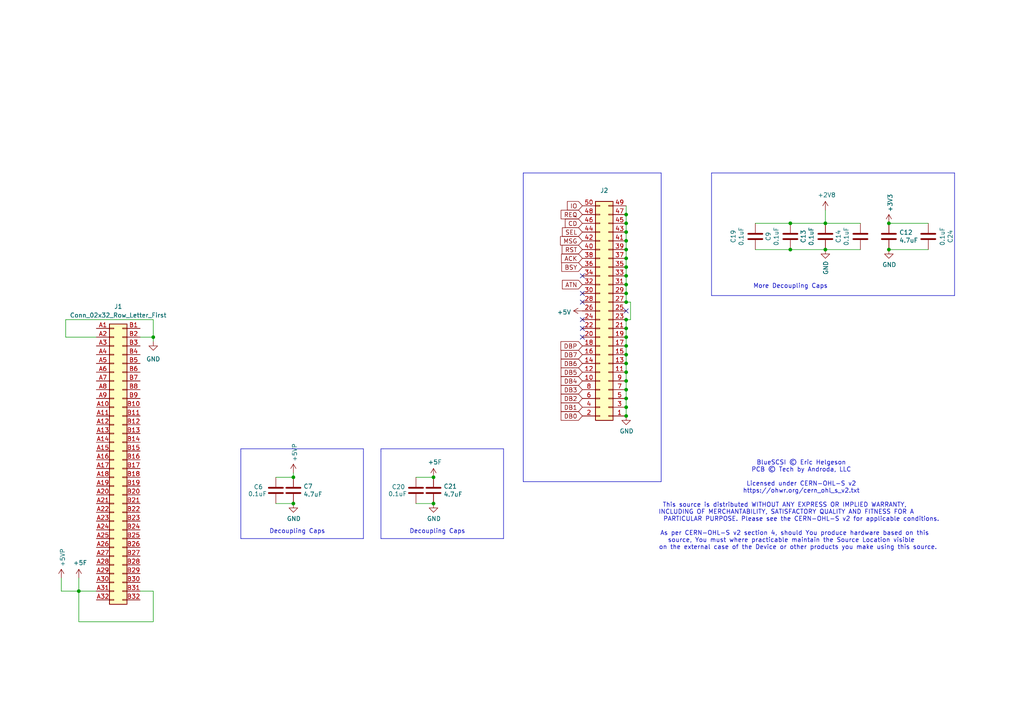
<source format=kicad_sch>
(kicad_sch (version 20231120) (generator "eeschema") (generator_version "8.0")
  (paper "A4")
  (title_block (title "4680-BlueSCSI V2, ") (date "2024-12-13") (rev "1.00") (company "Tech by Androda, LLC, SweProj.com"))
  (lib_symbols
    (symbol "Connector_Generic:Conn_02x25_Odd_Even" (pin_names (offset 1.016) hide)
      (property "Reference" "J" (at 1.27 33.02 0))
      (property "Value" "Conn_02x25_Odd_Even" (at 1.27 -33.02 0))
      (symbol "Conn_02x25_Odd_Even_1_1"
        (rectangle (start -1.27 -30.353) (end 0 -30.607) (stroke (width 0.1524)))
        (rectangle (start -1.27 -27.813) (end 0 -28.067) (stroke (width 0.1524)))
        (rectangle (start -1.27 -25.273) (end 0 -25.527) (stroke (width 0.1524)))
        (rectangle (start -1.27 -22.733) (end 0 -22.987) (stroke (width 0.1524)))
        (rectangle (start -1.27 -20.193) (end 0 -20.447) (stroke (width 0.1524)))
        (rectangle (start -1.27 -17.653) (end 0 -17.907) (stroke (width 0.1524)))
        (rectangle (start -1.27 -15.113) (end 0 -15.367) (stroke (width 0.1524)))
        (rectangle (start -1.27 -12.573) (end 0 -12.827) (stroke (width 0.1524)))
        (rectangle (start -1.27 -10.033) (end 0 -10.287) (stroke (width 0.1524)))
        (rectangle (start -1.27 -7.493) (end 0 -7.747) (stroke (width 0.1524)))
        (rectangle (start -1.27 -4.953) (end 0 -5.207) (stroke (width 0.1524)))
        (rectangle (start -1.27 -2.413) (end 0 -2.667) (stroke (width 0.1524)))
        (rectangle (start -1.27 0.127) (end 0 -0.127) (stroke (width 0.1524)))
        (rectangle (start -1.27 2.667) (end 0 2.413) (stroke (width 0.1524)))
        (rectangle (start -1.27 5.207) (end 0 4.953) (stroke (width 0.1524)))
        (rectangle (start -1.27 7.747) (end 0 7.493) (stroke (width 0.1524)))
        (rectangle (start -1.27 10.287) (end 0 10.033) (stroke (width 0.1524)))
        (rectangle (start -1.27 12.827) (end 0 12.573) (stroke (width 0.1524)))
        (rectangle (start -1.27 15.367) (end 0 15.113) (stroke (width 0.1524)))
        (rectangle (start -1.27 17.907) (end 0 17.653) (stroke (width 0.1524)))
        (rectangle (start -1.27 20.447) (end 0 20.193) (stroke (width 0.1524)))
        (rectangle (start -1.27 22.987) (end 0 22.733) (stroke (width 0.1524)))
        (rectangle (start -1.27 25.527) (end 0 25.273) (stroke (width 0.1524)))
        (rectangle (start -1.27 28.067) (end 0 27.813) (stroke (width 0.1524)))
        (rectangle (start -1.27 30.607) (end 0 30.353) (stroke (width 0.1524)))
        (rectangle (start -1.27 31.75) (end 3.81 -31.75) (stroke (width 0.254)) (fill (type background)))
        (rectangle (start 3.81 -30.353) (end 2.54 -30.607) (stroke (width 0.1524)))
        (rectangle (start 3.81 -27.813) (end 2.54 -28.067) (stroke (width 0.1524)))
        (rectangle (start 3.81 -25.273) (end 2.54 -25.527) (stroke (width 0.1524)))
        (rectangle (start 3.81 -22.733) (end 2.54 -22.987) (stroke (width 0.1524)))
        (rectangle (start 3.81 -20.193) (end 2.54 -20.447) (stroke (width 0.1524)))
        (rectangle (start 3.81 -17.653) (end 2.54 -17.907) (stroke (width 0.1524)))
        (rectangle (start 3.81 -15.113) (end 2.54 -15.367) (stroke (width 0.1524)))
        (rectangle (start 3.81 -12.573) (end 2.54 -12.827) (stroke (width 0.1524)))
        (rectangle (start 3.81 -10.033) (end 2.54 -10.287) (stroke (width 0.1524)))
        (rectangle (start 3.81 -7.493) (end 2.54 -7.747) (stroke (width 0.1524)))
        (rectangle (start 3.81 -4.953) (end 2.54 -5.207) (stroke (width 0.1524)))
        (rectangle (start 3.81 -2.413) (end 2.54 -2.667) (stroke (width 0.1524)))
        (rectangle (start 3.81 0.127) (end 2.54 -0.127) (stroke (width 0.1524)))
        (rectangle (start 3.81 2.667) (end 2.54 2.413) (stroke (width 0.1524)))
        (rectangle (start 3.81 5.207) (end 2.54 4.953) (stroke (width 0.1524)))
        (rectangle (start 3.81 7.747) (end 2.54 7.493) (stroke (width 0.1524)))
        (rectangle (start 3.81 10.287) (end 2.54 10.033) (stroke (width 0.1524)))
        (rectangle (start 3.81 12.827) (end 2.54 12.573) (stroke (width 0.1524)))
        (rectangle (start 3.81 15.367) (end 2.54 15.113) (stroke (width 0.1524)))
        (rectangle (start 3.81 17.907) (end 2.54 17.653) (stroke (width 0.1524)))
        (rectangle (start 3.81 20.447) (end 2.54 20.193) (stroke (width 0.1524)))
        (rectangle (start 3.81 22.987) (end 2.54 22.733) (stroke (width 0.1524)))
        (rectangle (start 3.81 25.527) (end 2.54 25.273) (stroke (width 0.1524)))
        (rectangle (start 3.81 28.067) (end 2.54 27.813) (stroke (width 0.1524)))
        (rectangle (start 3.81 30.607) (end 2.54 30.353) (stroke (width 0.1524)))
        (pin passive line (at -5.08 30.48 0) (length 3.81) (name "Pin_1") (number "1"))
        (pin passive line (at 7.62 20.32 180) (length 3.81) (name "Pin_10") (number "10"))
        (pin passive line (at -5.08 17.78 0) (length 3.81) (name "Pin_11") (number "11"))
        (pin passive line (at 7.62 17.78 180) (length 3.81) (name "Pin_12") (number "12"))
        (pin passive line (at -5.08 15.24 0) (length 3.81) (name "Pin_13") (number "13"))
        (pin passive line (at 7.62 15.24 180) (length 3.81) (name "Pin_14") (number "14"))
        (pin passive line (at -5.08 12.7 0) (length 3.81) (name "Pin_15") (number "15"))
        (pin passive line (at 7.62 12.7 180) (length 3.81) (name "Pin_16") (number "16"))
        (pin passive line (at -5.08 10.16 0) (length 3.81) (name "Pin_17") (number "17"))
        (pin passive line (at 7.62 10.16 180) (length 3.81) (name "Pin_18") (number "18"))
        (pin passive line (at -5.08 7.62 0) (length 3.81) (name "Pin_19") (number "19"))
        (pin passive line (at 7.62 30.48 180) (length 3.81) (name "Pin_2") (number "2"))
        (pin passive line (at 7.62 7.62 180) (length 3.81) (name "Pin_20") (number "20"))
        (pin passive line (at -5.08 5.08 0) (length 3.81) (name "Pin_21") (number "21"))
        (pin passive line (at 7.62 5.08 180) (length 3.81) (name "Pin_22") (number "22"))
        (pin passive line (at -5.08 2.54 0) (length 3.81) (name "Pin_23") (number "23"))
        (pin passive line (at 7.62 2.54 180) (length 3.81) (name "Pin_24") (number "24"))
        (pin passive line (at -5.08 0 0) (length 3.81) (name "Pin_25") (number "25"))
        (pin passive line (at 7.62 0 180) (length 3.81) (name "Pin_26") (number "26"))
        (pin passive line (at -5.08 -2.54 0) (length 3.81) (name "Pin_27") (number "27"))
        (pin passive line (at 7.62 -2.54 180) (length 3.81) (name "Pin_28") (number "28"))
        (pin passive line (at -5.08 -5.08 0) (length 3.81) (name "Pin_29") (number "29"))
        (pin passive line (at -5.08 27.94 0) (length 3.81) (name "Pin_3") (number "3"))
        (pin passive line (at 7.62 -5.08 180) (length 3.81) (name "Pin_30") (number "30"))
        (pin passive line (at -5.08 -7.62 0) (length 3.81) (name "Pin_31") (number "31"))
        (pin passive line (at 7.62 -7.62 180) (length 3.81) (name "Pin_32") (number "32"))
        (pin passive line (at -5.08 -10.16 0) (length 3.81) (name "Pin_33") (number "33"))
        (pin passive line (at 7.62 -10.16 180) (length 3.81) (name "Pin_34") (number "34"))
        (pin passive line (at -5.08 -12.7 0) (length 3.81) (name "Pin_35") (number "35"))
        (pin passive line (at 7.62 -12.7 180) (length 3.81) (name "Pin_36") (number "36"))
        (pin passive line (at -5.08 -15.24 0) (length 3.81) (name "Pin_37") (number "37"))
        (pin passive line (at 7.62 -15.24 180) (length 3.81) (name "Pin_38") (number "38"))
        (pin passive line (at -5.08 -17.78 0) (length 3.81) (name "Pin_39") (number "39"))
        (pin passive line (at 7.62 27.94 180) (length 3.81) (name "Pin_4") (number "4"))
        (pin passive line (at 7.62 -17.78 180) (length 3.81) (name "Pin_40") (number "40"))
        (pin passive line (at -5.08 -20.32 0) (length 3.81) (name "Pin_41") (number "41"))
        (pin passive line (at 7.62 -20.32 180) (length 3.81) (name "Pin_42") (number "42"))
        (pin passive line (at -5.08 -22.86 0) (length 3.81) (name "Pin_43") (number "43"))
        (pin passive line (at 7.62 -22.86 180) (length 3.81) (name "Pin_44") (number "44"))
        (pin passive line (at -5.08 -25.4 0) (length 3.81) (name "Pin_45") (number "45"))
        (pin passive line (at 7.62 -25.4 180) (length 3.81) (name "Pin_46") (number "46"))
        (pin passive line (at -5.08 -27.94 0) (length 3.81) (name "Pin_47") (number "47"))
        (pin passive line (at 7.62 -27.94 180) (length 3.81) (name "Pin_48") (number "48"))
        (pin passive line (at -5.08 -30.48 0) (length 3.81) (name "Pin_49") (number "49"))
        (pin passive line (at -5.08 25.4 0) (length 3.81) (name "Pin_5") (number "5"))
        (pin passive line (at 7.62 -30.48 180) (length 3.81) (name "Pin_50") (number "50"))
        (pin passive line (at 7.62 25.4 180) (length 3.81) (name "Pin_6") (number "6"))
        (pin passive line (at -5.08 22.86 0) (length 3.81) (name "Pin_7") (number "7"))
        (pin passive line (at 7.62 22.86 180) (length 3.81) (name "Pin_8") (number "8"))
        (pin passive line (at -5.08 20.32 0) (length 3.81) (name "Pin_9") (number "9"))
      )
    )
    (symbol "Connector_Generic:Conn_02x32_Row_Letter_First" (pin_names (offset 1.016) hide)
      (property "Reference" "J1" (at 1.27 44.45 0))
      (property "Value" "Conn_02x32_Row_Letter_First" (at 1.27 41.91 0))
      (symbol "Conn_02x32_Row_Letter_First_1_1"
        (rectangle (start -1.27 -40.513) (end 0 -40.767) (stroke (width 0.1524)))
        (rectangle (start -1.27 -37.973) (end 0 -38.227) (stroke (width 0.1524)))
        (rectangle (start -1.27 -35.433) (end 0 -35.687) (stroke (width 0.1524)))
        (rectangle (start -1.27 -32.893) (end 0 -33.147) (stroke (width 0.1524)))
        (rectangle (start -1.27 -30.353) (end 0 -30.607) (stroke (width 0.1524)))
        (rectangle (start -1.27 -27.813) (end 0 -28.067) (stroke (width 0.1524)))
        (rectangle (start -1.27 -25.273) (end 0 -25.527) (stroke (width 0.1524)))
        (rectangle (start -1.27 -22.733) (end 0 -22.987) (stroke (width 0.1524)))
        (rectangle (start -1.27 -20.193) (end 0 -20.447) (stroke (width 0.1524)))
        (rectangle (start -1.27 -17.653) (end 0 -17.907) (stroke (width 0.1524)))
        (rectangle (start -1.27 -15.113) (end 0 -15.367) (stroke (width 0.1524)))
        (rectangle (start -1.27 -12.573) (end 0 -12.827) (stroke (width 0.1524)))
        (rectangle (start -1.27 -10.033) (end 0 -10.287) (stroke (width 0.1524)))
        (rectangle (start -1.27 -7.493) (end 0 -7.747) (stroke (width 0.1524)))
        (rectangle (start -1.27 -4.953) (end 0 -5.207) (stroke (width 0.1524)))
        (rectangle (start -1.27 -2.413) (end 0 -2.667) (stroke (width 0.1524)))
        (rectangle (start -1.27 0.127) (end 0 -0.127) (stroke (width 0.1524)))
        (rectangle (start -1.27 2.667) (end 0 2.413) (stroke (width 0.1524)))
        (rectangle (start -1.27 5.207) (end 0 4.953) (stroke (width 0.1524)))
        (rectangle (start -1.27 7.747) (end 0 7.493) (stroke (width 0.1524)))
        (rectangle (start -1.27 10.287) (end 0 10.033) (stroke (width 0.1524)))
        (rectangle (start -1.27 12.827) (end 0 12.573) (stroke (width 0.1524)))
        (rectangle (start -1.27 15.367) (end 0 15.113) (stroke (width 0.1524)))
        (rectangle (start -1.27 17.907) (end 0 17.653) (stroke (width 0.1524)))
        (rectangle (start -1.27 20.447) (end 0 20.193) (stroke (width 0.1524)))
        (rectangle (start -1.27 22.987) (end 0 22.733) (stroke (width 0.1524)))
        (rectangle (start -1.27 25.527) (end 0 25.273) (stroke (width 0.1524)))
        (rectangle (start -1.27 28.067) (end 0 27.813) (stroke (width 0.1524)))
        (rectangle (start -1.27 30.607) (end 0 30.353) (stroke (width 0.1524)))
        (rectangle (start -1.27 33.147) (end 0 32.893) (stroke (width 0.1524)))
        (rectangle (start -1.27 35.687) (end 0 35.433) (stroke (width 0.1524)))
        (rectangle (start -1.27 38.227) (end 0 37.973) (stroke (width 0.1524)))
        (rectangle (start -1.27 39.37) (end 3.81 -41.91) (stroke (width 0.254)) (fill (type background)))
        (rectangle (start 3.81 -40.513) (end 2.54 -40.767) (stroke (width 0.1524)))
        (rectangle (start 3.81 -37.973) (end 2.54 -38.227) (stroke (width 0.1524)))
        (rectangle (start 3.81 -35.433) (end 2.54 -35.687) (stroke (width 0.1524)))
        (rectangle (start 3.81 -32.893) (end 2.54 -33.147) (stroke (width 0.1524)))
        (rectangle (start 3.81 -30.353) (end 2.54 -30.607) (stroke (width 0.1524)))
        (rectangle (start 3.81 -27.813) (end 2.54 -28.067) (stroke (width 0.1524)))
        (rectangle (start 3.81 -25.273) (end 2.54 -25.527) (stroke (width 0.1524)))
        (rectangle (start 3.81 -22.733) (end 2.54 -22.987) (stroke (width 0.1524)))
        (rectangle (start 3.81 -20.193) (end 2.54 -20.447) (stroke (width 0.1524)))
        (rectangle (start 3.81 -17.653) (end 2.54 -17.907) (stroke (width 0.1524)))
        (rectangle (start 3.81 -15.113) (end 2.54 -15.367) (stroke (width 0.1524)))
        (rectangle (start 3.81 -12.573) (end 2.54 -12.827) (stroke (width 0.1524)))
        (rectangle (start 3.81 -10.033) (end 2.54 -10.287) (stroke (width 0.1524)))
        (rectangle (start 3.81 -7.493) (end 2.54 -7.747) (stroke (width 0.1524)))
        (rectangle (start 3.81 -4.953) (end 2.54 -5.207) (stroke (width 0.1524)))
        (rectangle (start 3.81 -2.413) (end 2.54 -2.667) (stroke (width 0.1524)))
        (rectangle (start 3.81 0.127) (end 2.54 -0.127) (stroke (width 0.1524)))
        (rectangle (start 3.81 2.667) (end 2.54 2.413) (stroke (width 0.1524)))
        (rectangle (start 3.81 5.207) (end 2.54 4.953) (stroke (width 0.1524)))
        (rectangle (start 3.81 7.747) (end 2.54 7.493) (stroke (width 0.1524)))
        (rectangle (start 3.81 10.287) (end 2.54 10.033) (stroke (width 0.1524)))
        (rectangle (start 3.81 12.827) (end 2.54 12.573) (stroke (width 0.1524)))
        (rectangle (start 3.81 15.367) (end 2.54 15.113) (stroke (width 0.1524)))
        (rectangle (start 3.81 17.907) (end 2.54 17.653) (stroke (width 0.1524)))
        (rectangle (start 3.81 20.447) (end 2.54 20.193) (stroke (width 0.1524)))
        (rectangle (start 3.81 22.987) (end 2.54 22.733) (stroke (width 0.1524)))
        (rectangle (start 3.81 25.527) (end 2.54 25.273) (stroke (width 0.1524)))
        (rectangle (start 3.81 28.067) (end 2.54 27.813) (stroke (width 0.1524)))
        (rectangle (start 3.81 30.607) (end 2.54 30.353) (stroke (width 0.1524)))
        (rectangle (start 3.81 33.147) (end 2.54 32.893) (stroke (width 0.1524)))
        (rectangle (start 3.81 35.687) (end 2.54 35.433) (stroke (width 0.1524)))
        (rectangle (start 3.81 38.227) (end 2.54 37.973) (stroke (width 0.1524)))
        (pin passive line (at -5.08 38.1 0) (length 3.81) (name "Pin_a1") (number "A1"))
        (pin passive line (at -5.08 15.24 0) (length 3.81) (name "Pin_a10") (number "A10"))
        (pin passive line (at -5.08 12.7 0) (length 3.81) (name "Pin_a11") (number "A11"))
        (pin passive line (at -5.08 10.16 0) (length 3.81) (name "Pin_a12") (number "A12"))
        (pin passive line (at -5.08 7.62 0) (length 3.81) (name "Pin_a13") (number "A13"))
        (pin passive line (at -5.08 5.08 0) (length 3.81) (name "Pin_a14") (number "A14"))
        (pin passive line (at -5.08 2.54 0) (length 3.81) (name "Pin_a15") (number "A15"))
        (pin passive line (at -5.08 0 0) (length 3.81) (name "Pin_a16") (number "A16"))
        (pin passive line (at -5.08 -2.54 0) (length 3.81) (name "Pin_a17") (number "A17"))
        (pin passive line (at -5.08 -5.08 0) (length 3.81) (name "Pin_a18") (number "A18"))
        (pin passive line (at -5.08 -7.62 0) (length 3.81) (name "Pin_a19") (number "A19"))
        (pin passive line (at -5.08 35.56 0) (length 3.81) (name "Pin_a2") (number "A2"))
        (pin passive line (at -5.08 -10.16 0) (length 3.81) (name "Pin_a20") (number "A20"))
        (pin passive line (at -5.08 -12.7 0) (length 3.81) (name "Pin_a21") (number "A21"))
        (pin passive line (at -5.08 -15.24 0) (length 3.81) (name "Pin_a22") (number "A22"))
        (pin passive line (at -5.08 -17.78 0) (length 3.81) (name "Pin_a23") (number "A23"))
        (pin passive line (at -5.08 -20.32 0) (length 3.81) (name "Pin_a24") (number "A24"))
        (pin passive line (at -5.08 -22.86 0) (length 3.81) (name "Pin_a25") (number "A25"))
        (pin passive line (at -5.08 -25.4 0) (length 3.81) (name "Pin_a26") (number "A26"))
        (pin passive line (at -5.08 -27.94 0) (length 3.81) (name "Pin_a27") (number "A27"))
        (pin passive line (at -5.08 -30.48 0) (length 3.81) (name "Pin_a28") (number "A28"))
        (pin passive line (at -5.08 -33.02 0) (length 3.81) (name "Pin_a29") (number "A29"))
        (pin passive line (at -5.08 33.02 0) (length 3.81) (name "Pin_a3") (number "A3"))
        (pin passive line (at -5.08 -35.56 0) (length 3.81) (name "Pin_a30") (number "A30"))
        (pin passive line (at -5.08 -38.1 0) (length 3.81) (name "Pin_a31") (number "A31"))
        (pin passive line (at -5.08 -40.64 0) (length 3.81) (name "Pin_a32") (number "A32"))
        (pin passive line (at -5.08 30.48 0) (length 3.81) (name "Pin_a4") (number "A4"))
        (pin passive line (at -5.08 27.94 0) (length 3.81) (name "Pin_a5") (number "A5"))
        (pin passive line (at -5.08 25.4 0) (length 3.81) (name "Pin_a6") (number "A6"))
        (pin passive line (at -5.08 22.86 0) (length 3.81) (name "Pin_a7") (number "A7"))
        (pin passive line (at -5.08 20.32 0) (length 3.81) (name "Pin_a8") (number "A8"))
        (pin passive line (at -5.08 17.78 0) (length 3.81) (name "Pin_a9") (number "A9"))
        (pin passive line (at 7.62 38.1 180) (length 3.81) (name "Pin_b1") (number "B1"))
        (pin passive line (at 7.62 15.24 180) (length 3.81) (name "Pin_b10") (number "B10"))
        (pin passive line (at 7.62 12.7 180) (length 3.81) (name "Pin_b11") (number "B11"))
        (pin passive line (at 7.62 10.16 180) (length 3.81) (name "Pin_b12") (number "B12"))
        (pin passive line (at 7.62 7.62 180) (length 3.81) (name "Pin_b13") (number "B13"))
        (pin passive line (at 7.62 5.08 180) (length 3.81) (name "Pin_b14") (number "B14"))
        (pin passive line (at 7.62 2.54 180) (length 3.81) (name "Pin_b15") (number "B15"))
        (pin passive line (at 7.62 0 180) (length 3.81) (name "Pin_b16") (number "B16"))
        (pin passive line (at 7.62 -2.54 180) (length 3.81) (name "Pin_b17") (number "B17"))
        (pin passive line (at 7.62 -5.08 180) (length 3.81) (name "Pin_b18") (number "B18"))
        (pin passive line (at 7.62 -7.62 180) (length 3.81) (name "Pin_b19") (number "B19"))
        (pin passive line (at 7.62 35.56 180) (length 3.81) (name "Pin_b2") (number "B2"))
        (pin passive line (at 7.62 -10.16 180) (length 3.81) (name "Pin_b20") (number "B20"))
        (pin passive line (at 7.62 -12.7 180) (length 3.81) (name "Pin_b21") (number "B21"))
        (pin passive line (at 7.62 -15.24 180) (length 3.81) (name "Pin_b22") (number "B22"))
        (pin passive line (at 7.62 -17.78 180) (length 3.81) (name "Pin_b23") (number "B23"))
        (pin passive line (at 7.62 -20.32 180) (length 3.81) (name "Pin_b24") (number "B24"))
        (pin passive line (at 7.62 -22.86 180) (length 3.81) (name "Pin_b25") (number "B25"))
        (pin passive line (at 7.62 -25.4 180) (length 3.81) (name "Pin_b26") (number "B26"))
        (pin passive line (at 7.62 -27.94 180) (length 3.81) (name "Pin_b27") (number "B27"))
        (pin passive line (at 7.62 -30.48 180) (length 3.81) (name "Pin_b28") (number "B28"))
        (pin passive line (at 7.62 -33.02 180) (length 3.81) (name "Pin_b29") (number "B29"))
        (pin passive line (at 7.62 33.02 180) (length 3.81) (name "Pin_b3") (number "B3"))
        (pin passive line (at 7.62 -35.56 180) (length 3.81) (name "Pin_b30") (number "B30"))
        (pin passive line (at 7.62 -38.1 180) (length 3.81) (name "Pin_b31") (number "B31"))
        (pin passive line (at 7.62 -40.64 180) (length 3.81) (name "Pin_b32") (number "B32"))
        (pin passive line (at 7.62 30.48 180) (length 3.81) (name "Pin_b4") (number "B4"))
        (pin passive line (at 7.62 27.94 180) (length 3.81) (name "Pin_b5") (number "B5"))
        (pin passive line (at 7.62 25.4 180) (length 3.81) (name "Pin_b6") (number "B6"))
        (pin passive line (at 7.62 22.86 180) (length 3.81) (name "Pin_b7") (number "B7"))
        (pin passive line (at 7.62 20.32 180) (length 3.81) (name "Pin_b8") (number "B8"))
        (pin passive line (at 7.62 17.78 180) (length 3.81) (name "Pin_b9") (number "B9"))
      )
    )
    (symbol "Device:C" (pin_numbers hide) (pin_names (offset 0.254))
      (property "Reference" "C" (at 0.635 2.54 0))
      (property "Value" "C" (at 0.635 -2.54 0))
      (symbol "C_0_1"
        (polyline (pts (xy -2.032 -0.762) (xy 2.032 -0.762)) (stroke (width 0.508)))
        (polyline (pts (xy -2.032 0.762) (xy 2.032 0.762)) (stroke (width 0.508)))
      )
      (symbol "C_1_1"
        (pin passive line (at 0 3.81 270) (length 2.794) (name "~") (number "1"))
        (pin passive line (at 0 -3.81 90) (length 2.794) (name "~") (number "2"))
      )
    )
    (symbol "GND_1" (power) (pin_numbers hide) (pin_names (offset 0) hide)
      (property "Value" "GND" (at 0 -3.81 0))
      (symbol "GND_1_0_1"
        (polyline (pts (xy 0 0) (xy 0 -1.27) (xy 1.27 -1.27) (xy 0 -2.54) (xy -1.27 -1.27) (xy 0 -1.27)))
      )
      (symbol "GND_1_1_1"
        (pin power_in line (at 0 0 270) (length 0) (name "~") (number "1"))
      )
    )
    (symbol "custom_symbols:+5V_TPWR" (power) (pin_names (offset 0))
      (property "Value" "custom_symbols_+5V_TPWR" (at 0 3.556 0))
      (symbol "+5V_TPWR_0_1"
        (polyline (pts (xy -0.762 1.27) (xy 0 2.54)))
        (polyline (pts (xy 0 0) (xy 0 2.54)))
        (polyline (pts (xy 0 2.54) (xy 0.762 1.27)))
      )
      (symbol "+5V_TPWR_1_1"
        (pin power_in line (at 0 0 90) (length 0) hide (name "+5V") (number "1"))
      )
    )
    (symbol "power:+2V8" (power) (pin_names (offset 0))
      (property "Value" "+2V8" (at 0 3.556 0))
      (symbol "+2V8_0_1"
        (polyline (pts (xy -0.762 1.27) (xy 0 2.54)))
        (polyline (pts (xy 0 0) (xy 0 2.54)))
        (polyline (pts (xy 0 2.54) (xy 0.762 1.27)))
      )
      (symbol "+2V8_1_1"
        (pin power_in line (at 0 0 90) (length 0) hide (name "+2V8") (number "1"))
      )
    )
    (symbol "power:+3V3" (power) (pin_names (offset 0))
      (property "Value" "+3V3" (at 0 3.556 0))
      (symbol "+3V3_0_1"
        (polyline (pts (xy -0.762 1.27) (xy 0 2.54)))
        (polyline (pts (xy 0 0) (xy 0 2.54)))
        (polyline (pts (xy 0 2.54) (xy 0.762 1.27)))
      )
      (symbol "+3V3_1_1"
        (pin power_in line (at 0 0 90) (length 0) hide (name "+3V3") (number "1"))
      )
    )
    (symbol "power:+5F" (power) (pin_names (offset 0))
      (property "Value" "+5F" (at 0 3.556 0))
      (symbol "+5F_0_1"
        (polyline (pts (xy -0.762 1.27) (xy 0 2.54)))
        (polyline (pts (xy 0 0) (xy 0 2.54)))
        (polyline (pts (xy 0 2.54) (xy 0.762 1.27)))
      )
      (symbol "+5F_1_1"
        (pin power_in line (at 0 0 90) (length 0) hide (name "+5F") (number "1"))
      )
    )
    (symbol "power:+5VP" (power) (pin_names (offset 0))
      (property "Value" "+5VP" (at 0 3.556 0))
      (symbol "+5VP_0_1"
        (polyline (pts (xy -0.762 1.27) (xy 0 2.54)))
        (polyline (pts (xy 0 0) (xy 0 2.54)))
        (polyline (pts (xy 0 2.54) (xy 0.762 1.27)))
      )
      (symbol "+5VP_1_1"
        (pin power_in line (at 0 0 90) (length 0) hide (name "+5VP") (number "1"))
      )
    )
    (symbol "power:GND" (power) (pin_names (offset 0))
      (property "Value" "GND" (at 0 -3.81 0))
      (symbol "GND_0_1"
        (polyline (pts (xy 0 0) (xy 0 -1.27) (xy 1.27 -1.27) (xy 0 -2.54) (xy -1.27 -1.27) (xy 0 -1.27)))
      )
      (symbol "GND_1_1"
        (pin power_in line (at 0 0 270) (length 0) hide (name "GND") (number "1"))
      )
    )
  )
  (junction (at 181.61 67.31))
  (junction (at 181.61 69.85))
  (junction (at 22.86 171.45))
  (junction (at 181.61 72.39))
  (junction (at 181.61 118.11))
  (junction (at 181.61 95.25))
  (junction (at 239.395 72.39))
  (junction (at 181.61 110.49))
  (junction (at 125.73 146.05))
  (junction (at 181.61 77.47))
  (junction (at 181.61 113.03))
  (junction (at 181.61 80.01))
  (junction (at 181.61 107.95))
  (junction (at 239.395 64.77))
  (junction (at 181.61 87.63))
  (junction (at 181.61 102.87))
  (junction (at 181.61 120.65))
  (junction (at 181.61 97.79))
  (junction (at 181.61 100.33))
  (junction (at 181.61 115.57))
  (junction (at 181.61 62.23))
  (junction (at 229.235 72.39))
  (junction (at 125.73 138.43))
  (junction (at 181.61 82.55))
  (junction (at 181.61 74.93))
  (junction (at 257.81 72.39))
  (junction (at 181.61 92.71))
  (junction (at 181.61 64.77))
  (junction (at 85.09 138.43))
  (junction (at 181.61 85.09))
  (junction (at 229.235 64.77))
  (junction (at 85.09 146.05))
  (junction (at 44.45 97.79))
  (junction (at 181.61 105.41))
  (junction (at 257.81 64.77))
  (no_connect (at 181.61 90.17))
  (no_connect (at 168.91 80.01))
  (no_connect (at 168.91 87.63))
  (no_connect (at 168.91 95.25))
  (no_connect (at 168.91 92.71))
  (no_connect (at 168.91 97.79))
  (no_connect (at 168.91 85.09))
  (wire (pts (xy 239.395 72.39) (xy 249.555 72.39)))
  (polyline (pts (xy 111.125 130.175) (xy 110.49 130.175)))
  (polyline (pts (xy 69.85 130.81) (xy 69.85 156.21)))
  (wire (pts (xy 182.88 87.63) (xy 181.61 87.63)))
  (wire (pts (xy 181.61 107.95) (xy 181.61 105.41)))
  (wire (pts (xy 181.61 80.01) (xy 181.61 77.47)))
  (wire (pts (xy 219.075 72.39) (xy 229.235 72.39)))
  (wire (pts (xy 181.61 62.23) (xy 181.61 59.69)))
  (wire (pts (xy 239.395 64.77) (xy 249.555 64.77)))
  (wire (pts (xy 181.61 110.49) (xy 181.61 107.95)))
  (polyline (pts (xy 110.49 130.175) (xy 110.49 130.81)))
  (polyline (pts (xy 191.77 50.165) (xy 151.765 50.165)))
  (wire (pts (xy 17.78 171.45) (xy 22.86 171.45)))
  (polyline (pts (xy 70.485 130.175) (xy 69.85 130.175)))
  (wire (pts (xy 27.94 171.45) (xy 22.86 171.45)))
  (wire (pts (xy 239.395 60.96) (xy 239.395 64.77)))
  (wire (pts (xy 44.45 97.79) (xy 40.64 97.79)))
  (wire (pts (xy 182.88 92.71) (xy 182.88 87.63)))
  (polyline (pts (xy 111.125 130.175) (xy 146.05 130.175)))
  (wire (pts (xy 229.235 72.39) (xy 239.395 72.39)))
  (wire (pts (xy 85.09 137.16) (xy 85.09 138.43)))
  (wire (pts (xy 181.61 82.55) (xy 181.61 80.01)))
  (wire (pts (xy 181.61 87.63) (xy 181.61 85.09)))
  (wire (pts (xy 181.61 72.39) (xy 181.61 69.85)))
  (wire (pts (xy 219.075 64.77) (xy 229.235 64.77)))
  (polyline (pts (xy 105.41 156.21) (xy 105.41 130.175)))
  (wire (pts (xy 44.45 180.34) (xy 44.45 171.45)))
  (wire (pts (xy 257.81 72.39) (xy 269.24 72.39)))
  (wire (pts (xy 229.235 64.77) (xy 239.395 64.77)))
  (polyline (pts (xy 69.85 156.21) (xy 105.41 156.21)))
  (wire (pts (xy 22.86 171.45) (xy 22.86 180.34)))
  (wire (pts (xy 181.61 113.03) (xy 181.61 110.49)))
  (wire (pts (xy 181.61 118.11) (xy 181.61 115.57)))
  (wire (pts (xy 181.61 95.25) (xy 181.61 92.71)))
  (polyline (pts (xy 276.86 50.165) (xy 276.86 85.725)))
  (wire (pts (xy 181.61 92.71) (xy 182.88 92.71)))
  (wire (pts (xy 19.05 97.79) (xy 19.05 92.71)))
  (polyline (pts (xy 110.49 130.81) (xy 110.49 156.21)))
  (wire (pts (xy 181.61 100.33) (xy 181.61 97.79)))
  (wire (pts (xy 44.45 171.45) (xy 40.64 171.45)))
  (polyline (pts (xy 276.86 85.725) (xy 206.375 85.725)))
  (wire (pts (xy 181.61 69.85) (xy 181.61 67.31)))
  (wire (pts (xy 181.61 85.09) (xy 181.61 82.55)))
  (wire (pts (xy 19.05 92.71) (xy 44.45 92.71)))
  (wire (pts (xy 181.61 67.31) (xy 181.61 64.77)))
  (wire (pts (xy 120.65 138.43) (xy 125.73 138.43)))
  (polyline (pts (xy 110.49 156.21) (xy 146.05 156.21)))
  (wire (pts (xy 181.61 120.65) (xy 181.61 118.11)))
  (wire (pts (xy 181.61 97.79) (xy 181.61 95.25)))
  (wire (pts (xy 181.61 115.57) (xy 181.61 113.03)))
  (wire (pts (xy 80.01 138.43) (xy 85.09 138.43)))
  (wire (pts (xy 120.65 146.05) (xy 125.73 146.05)))
  (wire (pts (xy 181.61 77.47) (xy 181.61 74.93)))
  (polyline (pts (xy 70.485 130.175) (xy 105.41 130.175)))
  (polyline (pts (xy 206.375 50.165) (xy 206.375 85.725)))
  (polyline (pts (xy 151.765 139.7) (xy 191.77 139.7)))
  (polyline (pts (xy 146.05 156.21) (xy 146.05 130.175)))
  (wire (pts (xy 181.61 105.41) (xy 181.61 102.87)))
  (wire (pts (xy 44.45 97.79) (xy 44.45 99.06)))
  (wire (pts (xy 80.01 146.05) (xy 85.09 146.05)))
  (wire (pts (xy 181.61 102.87) (xy 181.61 100.33)))
  (wire (pts (xy 181.61 64.77) (xy 181.61 62.23)))
  (polyline (pts (xy 151.765 50.165) (xy 151.765 139.7)))
  (polyline (pts (xy 69.85 130.175) (xy 69.85 130.81)))
  (wire (pts (xy 22.86 180.34) (xy 44.45 180.34)))
  (wire (pts (xy 22.86 167.64) (xy 22.86 171.45)))
  (polyline (pts (xy 191.77 50.165) (xy 191.77 139.7)))
  (wire (pts (xy 257.81 64.77) (xy 269.24 64.77)))
  (wire (pts (xy 181.61 74.93) (xy 181.61 72.39)))
  (wire (pts (xy 44.45 92.71) (xy 44.45 97.79)))
  (polyline (pts (xy 206.375 50.165) (xy 276.86 50.165)))
  (wire (pts (xy 17.78 167.64) (xy 17.78 171.45)))
  (wire (pts (xy 27.94 97.79) (xy 19.05 97.79)))
  (text "Decoupling Caps" (at 118.745 154.94 0) (effects (font (size 1.27 1.27)) (justify left bottom)))
  (text "Decoupling Caps" (at 78.105 154.94 0) (effects (font (size 1.27 1.27)) (justify left bottom)))
  (text "More Decoupling Caps" (at 218.44 83.82 0) (effects (font (size 1.27 1.27)) (justify left bottom)))
  (text "BlueSCSI © Eric Helgeson\nPCB © Tech by Androda, LLC\n\nLicensed under CERN-OHL-S v2\nhttps://ohwr.org/cern_ohl_s_v2.txt\n\nThis source is distributed WITHOUT ANY EXPRESS OR IMPLIED WARRANTY,          \nINCLUDING OF MERCHANTABILITY, SATISFACTORY QUALITY AND FITNESS FOR A         \nPARTICULAR PURPOSE. Please see the CERN-OHL-S v2 for applicable conditions.\n\nAs per CERN-OHL-S v2 section 4, should You produce hardware based on this    \nsource, You must where practicable maintain the Source Location visible      \non the external case of the Device or other products you make using this source.  \n" (at 232.41 146.558 0) (effects (font (size 1.27 1.27))))
  (global_label "IO" (shape input) (at 168.91 59.69 180) (property "Intersheetrefs" "${INTERSHEET_REFS}" (effects (hide yes))))
  (global_label "CD" (shape input) (at 168.91 64.77 180) (property "Intersheetrefs" "${INTERSHEET_REFS}" (effects (hide yes))))
  (global_label "DB7" (shape input) (at 168.91 102.87 180) (property "Intersheetrefs" "${INTERSHEET_REFS}" (effects (hide yes))))
  (global_label "DB2" (shape input) (at 168.91 115.57 180) (property "Intersheetrefs" "${INTERSHEET_REFS}" (effects (hide yes))))
  (global_label "ACK" (shape input) (at 168.91 74.93 180) (property "Intersheetrefs" "${INTERSHEET_REFS}" (effects (hide yes))))
  (global_label "SEL" (shape input) (at 168.91 67.31 180) (property "Intersheetrefs" "${INTERSHEET_REFS}" (effects (hide yes))))
  (global_label "DB6" (shape input) (at 168.91 105.41 180) (property "Intersheetrefs" "${INTERSHEET_REFS}" (effects (hide yes))))
  (global_label "MSG" (shape input) (at 168.91 69.85 180) (property "Intersheetrefs" "${INTERSHEET_REFS}" (effects (hide yes))))
  (global_label "BSY" (shape input) (at 168.91 77.47 180) (property "Intersheetrefs" "${INTERSHEET_REFS}" (effects (hide yes))))
  (global_label "DB1" (shape input) (at 168.91 118.11 180) (property "Intersheetrefs" "${INTERSHEET_REFS}" (effects (hide yes))))
  (global_label "DB3" (shape input) (at 168.91 113.03 180) (property "Intersheetrefs" "${INTERSHEET_REFS}" (effects (hide yes))))
  (global_label "ATN" (shape input) (at 168.91 82.55 180) (property "Intersheetrefs" "${INTERSHEET_REFS}" (effects (hide yes))))
  (global_label "DB0" (shape input) (at 168.91 120.65 180) (property "Intersheetrefs" "${INTERSHEET_REFS}" (effects (hide yes))))
  (global_label "DB4" (shape input) (at 168.91 110.49 180) (property "Intersheetrefs" "${INTERSHEET_REFS}" (effects (hide yes))))
  (global_label "DB5" (shape input) (at 168.91 107.95 180) (property "Intersheetrefs" "${INTERSHEET_REFS}" (effects (hide yes))))
  (global_label "RST" (shape input) (at 168.91 72.39 180) (property "Intersheetrefs" "${INTERSHEET_REFS}" (effects (hide yes))))
  (global_label "REQ" (shape input) (at 168.91 62.23 180) (property "Intersheetrefs" "${INTERSHEET_REFS}" (effects (hide yes))))
  (global_label "DBP" (shape input) (at 168.91 100.33 180) (property "Intersheetrefs" "${INTERSHEET_REFS}" (effects (hide yes))))
  (symbol (lib_id "Device:C") (at 80.01 142.24 180) (unit 1)
    (property "Reference" "C6" (at 74.93 141.224 0))
    (property "Value" "0.1uF" (at 74.676 143.256 0))
    (property "Footprint" "Capacitor_SMD:C_0402_1005Metric" (effects (hide yes)))
    (property "LCSC" "C1525" (effects (hide yes)))
  )
  (symbol (lib_id "Connector_Generic:Conn_02x32_Row_Letter_First") (at 33.02 133.35 0) (unit 1)
    (property "Reference" "J1" (at 34.29 88.9 0))
    (property "Value" "Conn_02x32_Row_Letter_First" (at 34.29 91.44 0))
    (property "Footprint" "BlackSASI:FAB64Q" (effects (hide yes)))
    (property "Description" "Generic connector, double row, 02x32, row letter first pin numbering scheme (pin number consists of a letter for the row and a number for the pin index in this row. a1, ..., aN; b1, ..., bN), script generated (kicad-library-utils/schlib/autogen/connector/)" (effects (hide yes)))
  )
  (symbol (lib_id "power:+5F") (at 125.73 138.43 0) (unit 1)
    (property "Reference" "#PWR070" (effects (hide yes)))
    (property "Value" "+5F" (at 126.111 134.0358 0))
  )
  (symbol (lib_id "power:GND") (at 85.09 146.05 0) (unit 1)
    (property "Reference" "#PWR026" (effects (hide yes)))
    (property "Value" "GND" (at 85.217 150.4442 0))
  )
  (symbol (lib_id "power:+5F") (at 22.86 167.64 0) (unit 1)
    (property "Reference" "#PWR018" (effects (hide yes)))
    (property "Value" "+5F" (at 23.241 163.2458 0))
  )
  (symbol (lib_id "power:+3V3") (at 257.81 64.77 0) (unit 1)
    (property "Reference" "#PWR048" (effects (hide yes)))
    (property "Value" "+3V3" (at 258.191 61.5188 90) (effects (justify left)))
  )
  (symbol (lib_id "Connector_Generic:Conn_02x25_Odd_Even") (at 176.53 90.17 180) (unit 1)
    (property "Reference" "J2" (at 175.26 55.245 0))
    (property "Value" "Conn_02x25_Odd_Even" (effects (hide yes)))
    (property "Footprint" "Connector_IDC:IDC-Header_2x25_P2.54mm_Horizontal" (effects (hide yes)))
    (property "LCSC" "C383615" (effects (hide yes)))
  )
  (symbol (lib_name "GND_1") (lib_id "power:GND") (at 44.45 99.06 0) (unit 1)
    (property "Reference" "#PWR027" (effects (hide yes)))
    (property "Value" "GND" (at 44.45 104.14 0))
    (property "Description" "Power symbol creates a global label with name \"GND\" , ground" (effects (hide yes)))
  )
  (symbol (lib_id "Device:C") (at 120.65 142.24 180) (unit 1)
    (property "Reference" "C20" (at 115.57 141.224 0))
    (property "Value" "0.1uF" (at 115.316 143.256 0))
    (property "Footprint" "Capacitor_SMD:C_0402_1005Metric" (effects (hide yes)))
    (property "LCSC" "C1525" (effects (hide yes)))
  )
  (symbol (lib_id "power:+5VP") (at 85.09 137.16 0) (unit 1)
    (property "Reference" "#PWR025" (effects (hide yes)))
    (property "Value" "+5VP" (at 85.471 133.9088 90) (effects (justify left)))
  )
  (symbol (lib_id "power:GND") (at 257.81 72.39 0) (unit 1)
    (property "Reference" "#PWR050" (effects (hide yes)))
    (property "Value" "GND" (at 257.937 76.7842 0))
  )
  (symbol (lib_id "Device:C") (at 269.24 68.58 0) (unit 1)
    (property "Reference" "C24" (at 275.6408 68.58 90))
    (property "Value" "0.1uF" (at 273.3294 68.58 90))
    (property "Footprint" "Capacitor_SMD:C_0402_1005Metric" (effects (hide yes)))
    (property "LCSC" "C1525" (effects (hide yes)))
  )
  (symbol (lib_id "Device:C") (at 249.555 68.58 180) (unit 1)
    (property "Reference" "C14" (at 243.1542 68.58 90))
    (property "Value" "0.1uF" (at 245.4656 68.58 90))
    (property "Footprint" "Capacitor_SMD:C_0402_1005Metric" (effects (hide yes)))
    (property "LCSC" "C1525" (effects (hide yes)))
  )
  (symbol (lib_id "custom_symbols:+5V_TPWR") (at 168.91 90.17 90) (mirror x) (unit 1)
    (property "Reference" "#PWR0121" (effects (hide yes)))
    (property "Value" "+5V" (at 165.6588 90.551 90) (effects (justify left)))
  )
  (symbol (lib_id "Device:C") (at 229.235 68.58 180) (unit 1)
    (property "Reference" "C9" (at 222.8342 68.58 90))
    (property "Value" "0.1uF" (at 225.1456 68.58 90))
    (property "Footprint" "Capacitor_SMD:C_0402_1005Metric" (effects (hide yes)))
    (property "LCSC" "C1525" (effects (hide yes)))
  )
  (symbol (lib_id "power:GND") (at 239.395 72.39 0) (unit 1)
    (property "Reference" "#PWR056" (effects (hide yes)))
    (property "Value" "GND" (at 239.522 75.6412 90) (effects (justify right)))
  )
  (symbol (lib_id "Device:C") (at 85.09 142.24 0) (unit 1)
    (property "Reference" "C7" (at 88.011 141.0716 0) (effects (justify left)))
    (property "Value" "4.7uF" (at 88.011 143.383 0) (effects (justify left)))
    (property "Footprint" "Capacitor_SMD:C_0805_2012Metric" (effects (hide yes)))
    (property "LCSC" "C1779" (effects (hide yes)))
  )
  (symbol (lib_id "power:GND") (at 125.73 146.05 0) (unit 1)
    (property "Reference" "#PWR071" (effects (hide yes)))
    (property "Value" "GND" (at 125.857 150.4442 0))
  )
  (symbol (lib_id "power:+5VP") (at 17.78 167.64 0) (unit 1)
    (property "Reference" "#PWR019" (effects (hide yes)))
    (property "Value" "+5VP" (at 18.161 164.3888 90) (effects (justify left)))
  )
  (symbol (lib_id "Device:C") (at 239.395 68.58 180) (unit 1)
    (property "Reference" "C13" (at 232.9942 68.58 90))
    (property "Value" "0.1uF" (at 235.3056 68.58 90))
    (property "Footprint" "Capacitor_SMD:C_0402_1005Metric" (effects (hide yes)))
    (property "LCSC" "C1525" (effects (hide yes)))
  )
  (symbol (lib_id "power:+2V8") (at 239.395 60.96 0) (unit 1)
    (property "Reference" "#PWR055" (effects (hide yes)))
    (property "Value" "+2V8" (at 239.776 56.5658 0))
  )
  (symbol (lib_id "power:GND") (at 181.61 120.65 0) (unit 1)
    (property "Reference" "#PWR0120" (effects (hide yes)))
    (property "Value" "GND" (at 181.737 125.0442 0))
  )
  (symbol (lib_id "Device:C") (at 125.73 142.24 0) (unit 1)
    (property "Reference" "C21" (at 128.651 141.0716 0) (effects (justify left)))
    (property "Value" "4.7uF" (at 128.651 143.383 0) (effects (justify left)))
    (property "Footprint" "Capacitor_SMD:C_0805_2012Metric" (effects (hide yes)))
    (property "LCSC" "C1779" (effects (hide yes)))
  )
  (symbol (lib_id "Device:C") (at 219.075 68.58 180) (unit 1)
    (property "Reference" "C19" (at 212.6742 68.58 90))
    (property "Value" "0.1uF" (at 214.9856 68.58 90))
    (property "Footprint" "Capacitor_SMD:C_0402_1005Metric" (effects (hide yes)))
    (property "LCSC" "C1525" (effects (hide yes)))
  )
  (symbol (lib_id "Device:C") (at 257.81 68.58 0) (unit 1)
    (property "Reference" "C12" (at 260.8072 67.4116 0) (effects (justify left)))
    (property "Value" "4.7uF" (at 260.8072 69.723 0) (effects (justify left)))
    (property "Footprint" "Capacitor_SMD:C_0805_2012Metric" (effects (hide yes)))
    (property "Description" "Unpolarized capacitor" (effects (hide yes)))
    (property "LCSC" "C1779" (effects (hide yes)))
  )
)
</source>
